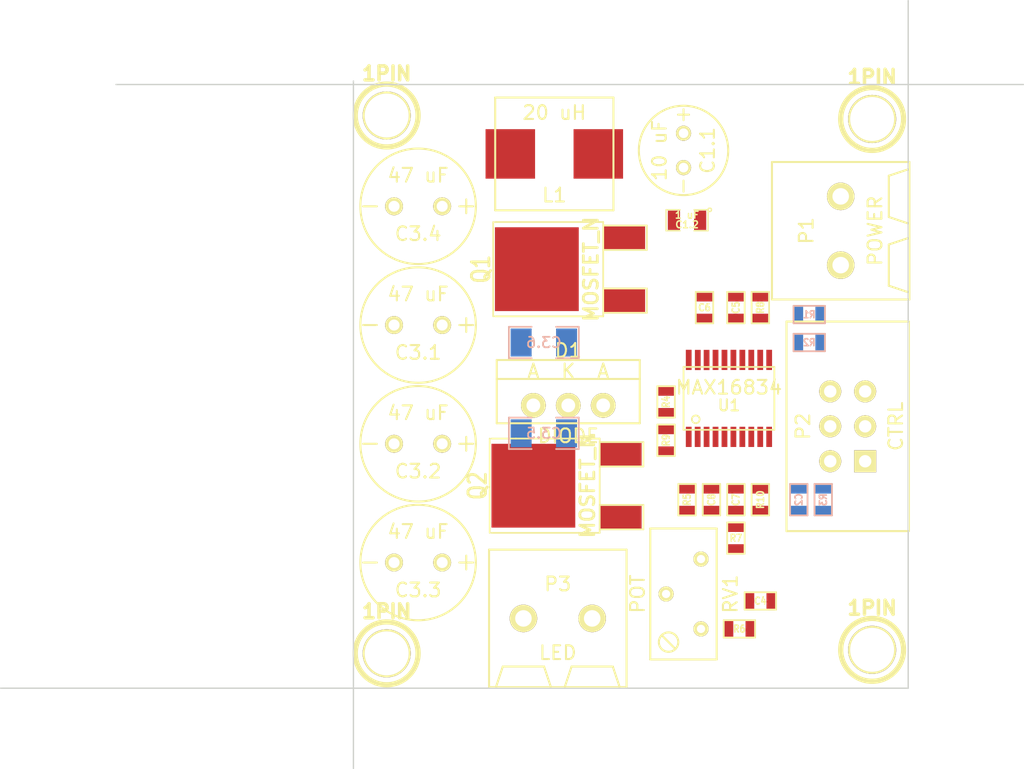
<source format=kicad_pcb>
(kicad_pcb (version 3) (host pcbnew "(2013-mar-25)-stable")

  (general
    (links 68)
    (no_connects 68)
    (area 139.771999 116.313999 216.540001 173.780001)
    (thickness 1.6)
    (drawings 4)
    (tracks 0)
    (zones 0)
    (modules 37)
    (nets 24)
  )

  (page A3)
  (layers
    (15 F.Cu signal)
    (0 B.Cu signal)
    (20 B.SilkS user)
    (21 F.SilkS user)
    (22 B.Mask user)
    (23 F.Mask user)
    (28 Edge.Cuts user)
  )

  (setup
    (last_trace_width 0.254)
    (trace_clearance 0.254)
    (zone_clearance 0.508)
    (zone_45_only no)
    (trace_min 0.254)
    (segment_width 0.2)
    (edge_width 0.1)
    (via_size 0.889)
    (via_drill 0.635)
    (via_min_size 0.889)
    (via_min_drill 0.508)
    (uvia_size 0.508)
    (uvia_drill 0.127)
    (uvias_allowed no)
    (uvia_min_size 0.508)
    (uvia_min_drill 0.127)
    (pcb_text_width 0.3)
    (pcb_text_size 1.5 1.5)
    (mod_edge_width 0.15)
    (mod_text_size 1 1)
    (mod_text_width 0.15)
    (pad_size 3.5 3.5)
    (pad_drill 3.2)
    (pad_to_mask_clearance 0)
    (aux_axis_origin 0 0)
    (visible_elements FFFFF7BF)
    (pcbplotparams
      (layerselection 3178497)
      (usegerberextensions true)
      (excludeedgelayer true)
      (linewidth 0)
      (plotframeref false)
      (viasonmask false)
      (mode 1)
      (useauxorigin false)
      (hpglpennumber 1)
      (hpglpenspeed 20)
      (hpglpendiameter 15)
      (hpglpenoverlay 2)
      (psnegative false)
      (psa4output false)
      (plotreference true)
      (plotvalue true)
      (plotothertext true)
      (plotinvisibletext false)
      (padsonsilk false)
      (subtractmaskfromsilk false)
      (outputformat 1)
      (mirror false)
      (drillshape 1)
      (scaleselection 1)
      (outputdirectory ""))
  )

  (net 0 "")
  (net 1 GND)
  (net 2 N-000001)
  (net 3 N-0000010)
  (net 4 N-0000011)
  (net 5 N-0000012)
  (net 6 N-0000013)
  (net 7 N-0000014)
  (net 8 N-0000015)
  (net 9 N-0000016)
  (net 10 N-0000017)
  (net 11 N-0000018)
  (net 12 N-0000019)
  (net 13 N-000002)
  (net 14 N-0000021)
  (net 15 N-0000022)
  (net 16 N-0000023)
  (net 17 N-000003)
  (net 18 N-000004)
  (net 19 N-000005)
  (net 20 N-000006)
  (net 21 N-000007)
  (net 22 N-000008)
  (net 23 N-000009)

  (net_class Default "This is the default net class."
    (clearance 0.254)
    (trace_width 0.254)
    (via_dia 0.889)
    (via_drill 0.635)
    (uvia_dia 0.508)
    (uvia_drill 0.127)
    (add_net "")
    (add_net GND)
    (add_net N-000001)
    (add_net N-0000010)
    (add_net N-0000011)
    (add_net N-0000012)
    (add_net N-0000013)
    (add_net N-0000014)
    (add_net N-0000015)
    (add_net N-0000016)
    (add_net N-0000017)
    (add_net N-0000018)
    (add_net N-0000019)
    (add_net N-000002)
    (add_net N-0000021)
    (add_net N-0000022)
    (add_net N-0000023)
    (add_net N-000003)
    (add_net N-000004)
    (add_net N-000005)
    (add_net N-000006)
    (add_net N-000007)
    (add_net N-000008)
    (add_net N-000009)
  )

  (module WAGO2P (layer F.Cu) (tedit 54535FD9) (tstamp 5453702C)
    (at 182.626 162.56)
    (path /5446A246)
    (fp_text reference P3 (at 0 -2.5) (layer F.SilkS)
      (effects (font (size 1 1) (thickness 0.15)))
    )
    (fp_text value LED (at 0 2.5) (layer F.SilkS)
      (effects (font (size 1 1) (thickness 0.15)))
    )
    (fp_line (start 0.5 5) (end 1 3.5) (layer F.SilkS) (width 0.15))
    (fp_line (start 1 3.5) (end 4 3.5) (layer F.SilkS) (width 0.15))
    (fp_line (start 4 3.5) (end 4.5 5) (layer F.SilkS) (width 0.15))
    (fp_line (start -4.5 5) (end -4 3.5) (layer F.SilkS) (width 0.15))
    (fp_line (start -4 3.5) (end -1 3.5) (layer F.SilkS) (width 0.15))
    (fp_line (start -1 3.5) (end -0.5 5) (layer F.SilkS) (width 0.15))
    (fp_line (start -5 -5) (end 5 -5) (layer F.SilkS) (width 0.15))
    (fp_line (start 5 -5) (end 5 5) (layer F.SilkS) (width 0.15))
    (fp_line (start 5 5) (end -5 5) (layer F.SilkS) (width 0.15))
    (fp_line (start -5 5) (end -5 -5) (layer F.SilkS) (width 0.15))
    (pad 1 thru_hole circle (at -2.5 0) (size 2 2) (drill 1.2)
      (layers *.Cu *.Mask F.SilkS)
      (net 4 N-0000011)
    )
    (pad 2 thru_hole circle (at 2.5 0) (size 2 2) (drill 1.2)
      (layers *.Cu *.Mask F.SilkS)
      (net 5 N-0000012)
    )
  )

  (module WAGO2P (layer F.Cu) (tedit 54535FD9) (tstamp 5453703C)
    (at 203.2 134.366 90)
    (path /5446A6E2)
    (fp_text reference P1 (at 0 -2.5 90) (layer F.SilkS)
      (effects (font (size 1 1) (thickness 0.15)))
    )
    (fp_text value POWER (at 0 2.5 90) (layer F.SilkS)
      (effects (font (size 1 1) (thickness 0.15)))
    )
    (fp_line (start 0.5 5) (end 1 3.5) (layer F.SilkS) (width 0.15))
    (fp_line (start 1 3.5) (end 4 3.5) (layer F.SilkS) (width 0.15))
    (fp_line (start 4 3.5) (end 4.5 5) (layer F.SilkS) (width 0.15))
    (fp_line (start -4.5 5) (end -4 3.5) (layer F.SilkS) (width 0.15))
    (fp_line (start -4 3.5) (end -1 3.5) (layer F.SilkS) (width 0.15))
    (fp_line (start -1 3.5) (end -0.5 5) (layer F.SilkS) (width 0.15))
    (fp_line (start -5 -5) (end 5 -5) (layer F.SilkS) (width 0.15))
    (fp_line (start 5 -5) (end 5 5) (layer F.SilkS) (width 0.15))
    (fp_line (start 5 5) (end -5 5) (layer F.SilkS) (width 0.15))
    (fp_line (start -5 5) (end -5 -5) (layer F.SilkS) (width 0.15))
    (pad 1 thru_hole circle (at -2.5 0 90) (size 2 2) (drill 1.2)
      (layers *.Cu *.Mask F.SilkS)
      (net 1 GND)
    )
    (pad 2 thru_hole circle (at 2.5 0 90) (size 2 2) (drill 1.2)
      (layers *.Cu *.Mask F.SilkS)
      (net 3 N-0000010)
    )
  )

  (module tssop-20 (layer F.Cu) (tedit 50BDFA70) (tstamp 54537059)
    (at 195.072 146.558)
    (descr TSSOP-20)
    (path /5446A0DB)
    (attr smd)
    (fp_text reference U1 (at 0 0.508) (layer F.SilkS)
      (effects (font (size 0.8001 0.8001) (thickness 0.14986)))
    )
    (fp_text value MAX16834 (at 0 -0.8001) (layer F.SilkS)
      (effects (font (size 1.00076 1.00076) (thickness 0.14986)))
    )
    (fp_line (start 3.302 -2.286) (end -3.302 -2.286) (layer F.SilkS) (width 0.127))
    (fp_line (start -3.302 -2.286) (end -3.302 2.286) (layer F.SilkS) (width 0.127))
    (fp_line (start -3.302 2.286) (end 3.302 2.286) (layer F.SilkS) (width 0.127))
    (fp_line (start 3.302 2.286) (end 3.302 -2.286) (layer F.SilkS) (width 0.127))
    (fp_circle (center -2.413 1.524) (end -2.54 1.778) (layer F.SilkS) (width 0.127))
    (pad 5 smd rect (at -0.32512 2.79908) (size 0.4191 1.47066)
      (layers F.Cu F.Mask)
      (net 7 N-0000014)
    )
    (pad 6 smd rect (at 0.32512 2.79908) (size 0.4191 1.47066)
      (layers F.Cu F.Mask)
      (net 20 N-000006)
    )
    (pad 7 smd rect (at 0.97536 2.79908) (size 0.4191 1.47066)
      (layers F.Cu F.Mask)
      (net 13 N-000002)
    )
    (pad 8 smd rect (at 1.6256 2.79908) (size 0.4191 1.47066)
      (layers F.Cu F.Mask)
      (net 17 N-000003)
    )
    (pad 19 smd rect (at -2.26568 -2.794) (size 0.4191 1.47066)
      (layers F.Cu F.Mask)
      (net 10 N-0000017)
    )
    (pad 2 smd rect (at -2.27584 2.79908) (size 0.4191 1.47066)
      (layers F.Cu F.Mask)
      (net 16 N-0000023)
    )
    (pad 3 smd rect (at -1.6256 2.79908) (size 0.4191 1.47066)
      (layers F.Cu F.Mask)
      (net 12 N-0000019)
    )
    (pad 4 smd rect (at -0.97536 2.79908) (size 0.4191 1.47066)
      (layers F.Cu F.Mask)
      (net 1 GND)
    )
    (pad 12 smd rect (at 2.27584 -2.79908) (size 0.4191 1.47066)
      (layers F.Cu F.Mask)
      (net 22 N-000008)
    )
    (pad 13 smd rect (at 1.6256 -2.79908) (size 0.4191 1.47066)
      (layers F.Cu F.Mask)
      (net 15 N-0000022)
    )
    (pad 14 smd rect (at 0.97536 -2.79908) (size 0.4191 1.47066)
      (layers F.Cu F.Mask)
      (net 1 GND)
    )
    (pad 15 smd rect (at 0.32512 -2.79908) (size 0.4191 1.47066)
      (layers F.Cu F.Mask)
      (net 6 N-0000013)
    )
    (pad 16 smd rect (at -0.32512 -2.79908) (size 0.4191 1.47066)
      (layers F.Cu F.Mask)
      (net 9 N-0000016)
    )
    (pad 17 smd rect (at -0.97536 -2.79908) (size 0.4191 1.47066)
      (layers F.Cu F.Mask)
      (net 3 N-0000010)
    )
    (pad 9 smd rect (at 2.27584 2.79908) (size 0.4191 1.47066)
      (layers F.Cu F.Mask)
      (net 18 N-000004)
    )
    (pad 18 smd rect (at -1.6256 -2.794) (size 0.4191 1.47066)
      (layers F.Cu F.Mask)
      (net 9 N-0000016)
    )
    (pad 1 smd rect (at -2.92608 2.79908) (size 0.4191 1.47066)
      (layers F.Cu F.Mask)
      (net 1 GND)
    )
    (pad 10 smd rect (at 2.92608 2.79908) (size 0.4191 1.47066)
      (layers F.Cu F.Mask)
      (net 2 N-000001)
    )
    (pad 11 smd rect (at 2.92608 -2.79908) (size 0.4191 1.47066)
      (layers F.Cu F.Mask)
      (net 19 N-000005)
    )
    (pad 20 smd rect (at -2.92608 -2.79908) (size 0.4191 1.47066)
      (layers F.Cu F.Mask)
      (net 8 N-0000015)
    )
    (model smd/smd_dil/tssop-20.wrl
      (at (xyz 0 0 0))
      (scale (xyz 1 1 1))
      (rotate (xyz 0 0 0))
    )
  )

  (module TO220AB-Schottky (layer F.Cu) (tedit 545364B6) (tstamp 54564449)
    (at 183.388 147.066)
    (path /5446A1C4)
    (fp_text reference D1 (at 0 -3.99) (layer F.SilkS)
      (effects (font (size 1 1) (thickness 0.15)))
    )
    (fp_text value DIODE (at 0 2.22) (layer F.SilkS)
      (effects (font (size 1 1) (thickness 0.15)))
    )
    (fp_text user A (at 2.54 -2.5) (layer F.SilkS)
      (effects (font (size 1 1) (thickness 0.15)))
    )
    (fp_text user K (at 0 -2.5) (layer F.SilkS)
      (effects (font (size 1 1) (thickness 0.15)))
    )
    (fp_text user A (at -2.54 -2.5) (layer F.SilkS)
      (effects (font (size 1 1) (thickness 0.15)))
    )
    (fp_line (start -5.2 -1.92) (end 5.2 -1.92) (layer F.SilkS) (width 0.15))
    (fp_line (start -5.2 -3.3) (end -5.2 1.3) (layer F.SilkS) (width 0.15))
    (fp_line (start -5.2 1.3) (end 5.2 1.3) (layer F.SilkS) (width 0.15))
    (fp_line (start 5.2 1.3) (end 5.2 -3.3) (layer F.SilkS) (width 0.15))
    (fp_line (start 5.2 -3.3) (end -5.2 -3.3) (layer F.SilkS) (width 0.15))
    (pad 1 thru_hole circle (at -2.54 0) (size 1.8 1.8) (drill 1)
      (layers *.Cu *.Mask F.SilkS)
      (net 14 N-0000021)
    )
    (pad 2 thru_hole circle (at 0 0) (size 1.8 1.8) (drill 1)
      (layers *.Cu *.Mask F.SilkS)
      (net 4 N-0000011)
    )
    (pad 3 thru_hole circle (at 2.54 0) (size 1.8 1.8) (drill 1)
      (layers *.Cu *.Mask F.SilkS)
    )
  )

  (module SM1206 (layer B.Cu) (tedit 54566BAB) (tstamp 54537074)
    (at 181.61 142.494)
    (path /54477075)
    (attr smd)
    (fp_text reference C3.6 (at 0 0) (layer B.SilkS)
      (effects (font (size 0.762 0.762) (thickness 0.127)) (justify mirror))
    )
    (fp_text value "1 uF" (at 0 0) (layer B.SilkS) hide
      (effects (font (size 0.762 0.762) (thickness 0.127)) (justify mirror))
    )
    (fp_line (start -2.54 1.143) (end -2.54 -1.143) (layer B.SilkS) (width 0.127))
    (fp_line (start -2.54 -1.143) (end -0.889 -1.143) (layer B.SilkS) (width 0.127))
    (fp_line (start 0.889 1.143) (end 2.54 1.143) (layer B.SilkS) (width 0.127))
    (fp_line (start 2.54 1.143) (end 2.54 -1.143) (layer B.SilkS) (width 0.127))
    (fp_line (start 2.54 -1.143) (end 0.889 -1.143) (layer B.SilkS) (width 0.127))
    (fp_line (start -0.889 1.143) (end -2.54 1.143) (layer B.SilkS) (width 0.127))
    (pad 1 smd rect (at -1.651 0) (size 1.524 2.032)
      (layers B.Cu B.Mask)
      (net 1 GND)
    )
    (pad 2 smd rect (at 1.651 0) (size 1.524 2.032)
      (layers B.Cu B.Mask)
      (net 4 N-0000011)
    )
    (model smd/chip_cms.wrl
      (at (xyz 0 0 0))
      (scale (xyz 0.17 0.16 0.16))
      (rotate (xyz 0 0 0))
    )
  )

  (module SM1206 (layer B.Cu) (tedit 54566BA9) (tstamp 54537080)
    (at 181.61 149.098)
    (path /54476AB4)
    (attr smd)
    (fp_text reference C3.5 (at 0 0) (layer B.SilkS)
      (effects (font (size 0.762 0.762) (thickness 0.127)) (justify mirror))
    )
    (fp_text value "1 uF" (at 0 0) (layer B.SilkS) hide
      (effects (font (size 0.762 0.762) (thickness 0.127)) (justify mirror))
    )
    (fp_line (start -2.54 1.143) (end -2.54 -1.143) (layer B.SilkS) (width 0.127))
    (fp_line (start -2.54 -1.143) (end -0.889 -1.143) (layer B.SilkS) (width 0.127))
    (fp_line (start 0.889 1.143) (end 2.54 1.143) (layer B.SilkS) (width 0.127))
    (fp_line (start 2.54 1.143) (end 2.54 -1.143) (layer B.SilkS) (width 0.127))
    (fp_line (start 2.54 -1.143) (end 0.889 -1.143) (layer B.SilkS) (width 0.127))
    (fp_line (start -0.889 1.143) (end -2.54 1.143) (layer B.SilkS) (width 0.127))
    (pad 1 smd rect (at -1.651 0) (size 1.524 2.032)
      (layers B.Cu B.Mask)
      (net 1 GND)
    )
    (pad 2 smd rect (at 1.651 0) (size 1.524 2.032)
      (layers B.Cu B.Mask)
      (net 4 N-0000011)
    )
    (model smd/chip_cms.wrl
      (at (xyz 0 0 0))
      (scale (xyz 0.17 0.16 0.16))
      (rotate (xyz 0 0 0))
    )
  )

  (module SM0805 (layer F.Cu) (tedit 54567449) (tstamp 5453708D)
    (at 192.024 133.604 180)
    (path /544771E4)
    (attr smd)
    (fp_text reference C1.2 (at 0 -0.3175 180) (layer F.SilkS)
      (effects (font (size 0.50038 0.50038) (thickness 0.10922)))
    )
    (fp_text value "1 uF" (at 0 0.381 180) (layer F.SilkS)
      (effects (font (size 0.50038 0.50038) (thickness 0.10922)))
    )
    (fp_circle (center -1.651 0.762) (end -1.651 0.635) (layer F.SilkS) (width 0.09906))
    (fp_line (start -0.508 0.762) (end -1.524 0.762) (layer F.SilkS) (width 0.09906))
    (fp_line (start -1.524 0.762) (end -1.524 -0.762) (layer F.SilkS) (width 0.09906))
    (fp_line (start -1.524 -0.762) (end -0.508 -0.762) (layer F.SilkS) (width 0.09906))
    (fp_line (start 0.508 -0.762) (end 1.524 -0.762) (layer F.SilkS) (width 0.09906))
    (fp_line (start 1.524 -0.762) (end 1.524 0.762) (layer F.SilkS) (width 0.09906))
    (fp_line (start 1.524 0.762) (end 0.508 0.762) (layer F.SilkS) (width 0.09906))
    (pad 1 smd rect (at -0.9525 0 180) (size 0.889 1.397)
      (layers F.Cu F.Mask)
      (net 1 GND)
    )
    (pad 2 smd rect (at 0.9525 0 180) (size 0.889 1.397)
      (layers F.Cu F.Mask)
      (net 3 N-0000010)
    )
    (model smd/chip_cms.wrl
      (at (xyz 0 0 0))
      (scale (xyz 0.1 0.1 0.1))
      (rotate (xyz 0 0 0))
    )
  )

  (module SM0603 (layer F.Cu) (tedit 54566A0D) (tstamp 54537097)
    (at 193.294 139.954 90)
    (path /5446A118)
    (attr smd)
    (fp_text reference C6 (at 0 0 180) (layer F.SilkS)
      (effects (font (size 0.508 0.4572) (thickness 0.1143)))
    )
    (fp_text value C (at 0 0 90) (layer F.SilkS) hide
      (effects (font (size 0.508 0.4572) (thickness 0.1143)))
    )
    (fp_line (start -1.143 -0.635) (end 1.143 -0.635) (layer F.SilkS) (width 0.127))
    (fp_line (start 1.143 -0.635) (end 1.143 0.635) (layer F.SilkS) (width 0.127))
    (fp_line (start 1.143 0.635) (end -1.143 0.635) (layer F.SilkS) (width 0.127))
    (fp_line (start -1.143 0.635) (end -1.143 -0.635) (layer F.SilkS) (width 0.127))
    (pad 1 smd rect (at -0.762 0 90) (size 0.635 1.143)
      (layers F.Cu F.Mask)
      (net 10 N-0000017)
    )
    (pad 2 smd rect (at 0.762 0 90) (size 0.635 1.143)
      (layers F.Cu F.Mask)
      (net 1 GND)
    )
    (model smd\resistors\R0603.wrl
      (at (xyz 0 0 0.001))
      (scale (xyz 0.5 0.5 0.5))
      (rotate (xyz 0 0 0))
    )
  )

  (module SM0603 (layer F.Cu) (tedit 4E43A3D1) (tstamp 5456A947)
    (at 192.024 153.924 90)
    (path /5446B792)
    (attr smd)
    (fp_text reference R5 (at 0 0 90) (layer F.SilkS)
      (effects (font (size 0.508 0.4572) (thickness 0.1143)))
    )
    (fp_text value R (at 0 0 90) (layer F.SilkS) hide
      (effects (font (size 0.508 0.4572) (thickness 0.1143)))
    )
    (fp_line (start -1.143 -0.635) (end 1.143 -0.635) (layer F.SilkS) (width 0.127))
    (fp_line (start 1.143 -0.635) (end 1.143 0.635) (layer F.SilkS) (width 0.127))
    (fp_line (start 1.143 0.635) (end -1.143 0.635) (layer F.SilkS) (width 0.127))
    (fp_line (start -1.143 0.635) (end -1.143 -0.635) (layer F.SilkS) (width 0.127))
    (pad 1 smd rect (at -0.762 0 90) (size 0.635 1.143)
      (layers F.Cu F.Mask)
      (net 21 N-000007)
    )
    (pad 2 smd rect (at 0.762 0 90) (size 0.635 1.143)
      (layers F.Cu F.Mask)
      (net 1 GND)
    )
    (model smd\resistors\R0603.wrl
      (at (xyz 0 0 0.001))
      (scale (xyz 0.5 0.5 0.5))
      (rotate (xyz 0 0 0))
    )
  )

  (module SM0603 (layer F.Cu) (tedit 4E43A3D1) (tstamp 5456A910)
    (at 197.358 161.29 180)
    (path /5446B687)
    (attr smd)
    (fp_text reference C4 (at 0 0 180) (layer F.SilkS)
      (effects (font (size 0.508 0.4572) (thickness 0.1143)))
    )
    (fp_text value C (at 0 0 180) (layer F.SilkS) hide
      (effects (font (size 0.508 0.4572) (thickness 0.1143)))
    )
    (fp_line (start -1.143 -0.635) (end 1.143 -0.635) (layer F.SilkS) (width 0.127))
    (fp_line (start 1.143 -0.635) (end 1.143 0.635) (layer F.SilkS) (width 0.127))
    (fp_line (start 1.143 0.635) (end -1.143 0.635) (layer F.SilkS) (width 0.127))
    (fp_line (start -1.143 0.635) (end -1.143 -0.635) (layer F.SilkS) (width 0.127))
    (pad 1 smd rect (at -0.762 0 180) (size 0.635 1.143)
      (layers F.Cu F.Mask)
      (net 1 GND)
    )
    (pad 2 smd rect (at 0.762 0 180) (size 0.635 1.143)
      (layers F.Cu F.Mask)
      (net 20 N-000006)
    )
    (model smd\resistors\R0603.wrl
      (at (xyz 0 0 0.001))
      (scale (xyz 0.5 0.5 0.5))
      (rotate (xyz 0 0 0))
    )
  )

  (module SM0603 (layer B.Cu) (tedit 5456466E) (tstamp 545370B5)
    (at 201.93 153.924 90)
    (path /5446B601)
    (attr smd)
    (fp_text reference R3 (at 0 0 90) (layer B.SilkS)
      (effects (font (size 0.508 0.4572) (thickness 0.1143)) (justify mirror))
    )
    (fp_text value R (at 0 0 90) (layer B.SilkS) hide
      (effects (font (size 0.508 0.4572) (thickness 0.1143)) (justify mirror))
    )
    (fp_line (start -1.143 0.635) (end 1.143 0.635) (layer B.SilkS) (width 0.127))
    (fp_line (start 1.143 0.635) (end 1.143 -0.635) (layer B.SilkS) (width 0.127))
    (fp_line (start 1.143 -0.635) (end -1.143 -0.635) (layer B.SilkS) (width 0.127))
    (fp_line (start -1.143 -0.635) (end -1.143 0.635) (layer B.SilkS) (width 0.127))
    (pad 1 smd rect (at -0.762 0 90) (size 0.635 1.143)
      (layers B.Cu B.Mask)
      (net 2 N-000001)
    )
    (pad 2 smd rect (at 0.762 0 90) (size 0.635 1.143)
      (layers B.Cu B.Mask)
      (net 1 GND)
    )
    (model smd\resistors\R0603.wrl
      (at (xyz 0 0 0.001))
      (scale (xyz 0.5 0.5 0.5))
      (rotate (xyz 0 0 0))
    )
  )

  (module SM0603 (layer B.Cu) (tedit 4E43A3D1) (tstamp 545370BF)
    (at 200.152 153.924 270)
    (path /5446B2F0)
    (attr smd)
    (fp_text reference C2 (at 0 0 270) (layer B.SilkS)
      (effects (font (size 0.508 0.4572) (thickness 0.1143)) (justify mirror))
    )
    (fp_text value C (at 0 0 270) (layer B.SilkS) hide
      (effects (font (size 0.508 0.4572) (thickness 0.1143)) (justify mirror))
    )
    (fp_line (start -1.143 0.635) (end 1.143 0.635) (layer B.SilkS) (width 0.127))
    (fp_line (start 1.143 0.635) (end 1.143 -0.635) (layer B.SilkS) (width 0.127))
    (fp_line (start 1.143 -0.635) (end -1.143 -0.635) (layer B.SilkS) (width 0.127))
    (fp_line (start -1.143 -0.635) (end -1.143 0.635) (layer B.SilkS) (width 0.127))
    (pad 1 smd rect (at -0.762 0 270) (size 0.635 1.143)
      (layers B.Cu B.Mask)
      (net 1 GND)
    )
    (pad 2 smd rect (at 0.762 0 270) (size 0.635 1.143)
      (layers B.Cu B.Mask)
      (net 17 N-000003)
    )
    (model smd\resistors\R0603.wrl
      (at (xyz 0 0 0.001))
      (scale (xyz 0.5 0.5 0.5))
      (rotate (xyz 0 0 0))
    )
  )

  (module SM0603 (layer F.Cu) (tedit 545666D6) (tstamp 5456A91B)
    (at 195.834 163.322 180)
    (path /5446AF08)
    (attr smd)
    (fp_text reference R6 (at 0 0 180) (layer F.SilkS)
      (effects (font (size 0.508 0.4572) (thickness 0.1143)))
    )
    (fp_text value R (at 0 0 180) (layer F.SilkS) hide
      (effects (font (size 0.508 0.4572) (thickness 0.1143)))
    )
    (fp_line (start -1.143 -0.635) (end 1.143 -0.635) (layer F.SilkS) (width 0.127))
    (fp_line (start 1.143 -0.635) (end 1.143 0.635) (layer F.SilkS) (width 0.127))
    (fp_line (start 1.143 0.635) (end -1.143 0.635) (layer F.SilkS) (width 0.127))
    (fp_line (start -1.143 0.635) (end -1.143 -0.635) (layer F.SilkS) (width 0.127))
    (pad 1 smd rect (at -0.762 0 180) (size 0.635 1.143)
      (layers F.Cu F.Mask)
      (net 20 N-000006)
    )
    (pad 2 smd rect (at 0.762 0 180) (size 0.635 1.143)
      (layers F.Cu F.Mask)
      (net 23 N-000009)
    )
    (model smd\resistors\R0603.wrl
      (at (xyz 0 0 0.001))
      (scale (xyz 0.5 0.5 0.5))
      (rotate (xyz 0 0 0))
    )
  )

  (module SM0603 (layer B.Cu) (tedit 54566A3C) (tstamp 545370D3)
    (at 200.914 142.494)
    (path /5446A98C)
    (attr smd)
    (fp_text reference R2 (at 0 0) (layer B.SilkS)
      (effects (font (size 0.508 0.4572) (thickness 0.1143)) (justify mirror))
    )
    (fp_text value R (at 0 0) (layer B.SilkS) hide
      (effects (font (size 0.508 0.4572) (thickness 0.1143)) (justify mirror))
    )
    (fp_line (start -1.143 0.635) (end 1.143 0.635) (layer B.SilkS) (width 0.127))
    (fp_line (start 1.143 0.635) (end 1.143 -0.635) (layer B.SilkS) (width 0.127))
    (fp_line (start 1.143 -0.635) (end -1.143 -0.635) (layer B.SilkS) (width 0.127))
    (fp_line (start -1.143 -0.635) (end -1.143 0.635) (layer B.SilkS) (width 0.127))
    (pad 1 smd rect (at -0.762 0) (size 0.635 1.143)
      (layers B.Cu B.Mask)
      (net 19 N-000005)
    )
    (pad 2 smd rect (at 0.762 0) (size 0.635 1.143)
      (layers B.Cu B.Mask)
      (net 1 GND)
    )
    (model smd\resistors\R0603.wrl
      (at (xyz 0 0 0.001))
      (scale (xyz 0.5 0.5 0.5))
      (rotate (xyz 0 0 0))
    )
  )

  (module SM0603 (layer B.Cu) (tedit 4E43A3D1) (tstamp 545370DD)
    (at 200.914 140.462 180)
    (path /5446A986)
    (attr smd)
    (fp_text reference R1 (at 0 0 180) (layer B.SilkS)
      (effects (font (size 0.508 0.4572) (thickness 0.1143)) (justify mirror))
    )
    (fp_text value R (at 0 0 180) (layer B.SilkS) hide
      (effects (font (size 0.508 0.4572) (thickness 0.1143)) (justify mirror))
    )
    (fp_line (start -1.143 0.635) (end 1.143 0.635) (layer B.SilkS) (width 0.127))
    (fp_line (start 1.143 0.635) (end 1.143 -0.635) (layer B.SilkS) (width 0.127))
    (fp_line (start 1.143 -0.635) (end -1.143 -0.635) (layer B.SilkS) (width 0.127))
    (fp_line (start -1.143 -0.635) (end -1.143 0.635) (layer B.SilkS) (width 0.127))
    (pad 1 smd rect (at -0.762 0 180) (size 0.635 1.143)
      (layers B.Cu B.Mask)
      (net 3 N-0000010)
    )
    (pad 2 smd rect (at 0.762 0 180) (size 0.635 1.143)
      (layers B.Cu B.Mask)
      (net 19 N-000005)
    )
    (model smd\resistors\R0603.wrl
      (at (xyz 0 0 0.001))
      (scale (xyz 0.5 0.5 0.5))
      (rotate (xyz 0 0 0))
    )
  )

  (module SM0603 (layer F.Cu) (tedit 4E43A3D1) (tstamp 5456A95D)
    (at 197.358 139.954 90)
    (path /5446A502)
    (attr smd)
    (fp_text reference R8 (at 0 0 90) (layer F.SilkS)
      (effects (font (size 0.508 0.4572) (thickness 0.1143)))
    )
    (fp_text value R (at 0 0 90) (layer F.SilkS) hide
      (effects (font (size 0.508 0.4572) (thickness 0.1143)))
    )
    (fp_line (start -1.143 -0.635) (end 1.143 -0.635) (layer F.SilkS) (width 0.127))
    (fp_line (start 1.143 -0.635) (end 1.143 0.635) (layer F.SilkS) (width 0.127))
    (fp_line (start 1.143 0.635) (end -1.143 0.635) (layer F.SilkS) (width 0.127))
    (fp_line (start -1.143 0.635) (end -1.143 -0.635) (layer F.SilkS) (width 0.127))
    (pad 1 smd rect (at -0.762 0 90) (size 0.635 1.143)
      (layers F.Cu F.Mask)
      (net 15 N-0000022)
    )
    (pad 2 smd rect (at 0.762 0 90) (size 0.635 1.143)
      (layers F.Cu F.Mask)
      (net 1 GND)
    )
    (model smd\resistors\R0603.wrl
      (at (xyz 0 0 0.001))
      (scale (xyz 0.5 0.5 0.5))
      (rotate (xyz 0 0 0))
    )
  )

  (module SM0603 (layer F.Cu) (tedit 54566A91) (tstamp 545370F1)
    (at 193.802 153.924 90)
    (path /5446A315)
    (attr smd)
    (fp_text reference C8 (at 0 0 90) (layer F.SilkS)
      (effects (font (size 0.508 0.4572) (thickness 0.1143)))
    )
    (fp_text value C (at 0 0 90) (layer F.SilkS) hide
      (effects (font (size 0.508 0.4572) (thickness 0.1143)))
    )
    (fp_line (start -1.143 -0.635) (end 1.143 -0.635) (layer F.SilkS) (width 0.127))
    (fp_line (start 1.143 -0.635) (end 1.143 0.635) (layer F.SilkS) (width 0.127))
    (fp_line (start 1.143 0.635) (end -1.143 0.635) (layer F.SilkS) (width 0.127))
    (fp_line (start -1.143 0.635) (end -1.143 -0.635) (layer F.SilkS) (width 0.127))
    (pad 1 smd rect (at -0.762 0 90) (size 0.635 1.143)
      (layers F.Cu F.Mask)
      (net 1 GND)
    )
    (pad 2 smd rect (at 0.762 0 90) (size 0.635 1.143)
      (layers F.Cu F.Mask)
      (net 16 N-0000023)
    )
    (model smd\resistors\R0603.wrl
      (at (xyz 0 0 0.001))
      (scale (xyz 0.5 0.5 0.5))
      (rotate (xyz 0 0 0))
    )
  )

  (module SM0603 (layer F.Cu) (tedit 4E43A3D1) (tstamp 545370FB)
    (at 197.358 153.924 270)
    (path /5446A2A6)
    (attr smd)
    (fp_text reference R10 (at 0 0 270) (layer F.SilkS)
      (effects (font (size 0.508 0.4572) (thickness 0.1143)))
    )
    (fp_text value R (at 0 0 270) (layer F.SilkS) hide
      (effects (font (size 0.508 0.4572) (thickness 0.1143)))
    )
    (fp_line (start -1.143 -0.635) (end 1.143 -0.635) (layer F.SilkS) (width 0.127))
    (fp_line (start 1.143 -0.635) (end 1.143 0.635) (layer F.SilkS) (width 0.127))
    (fp_line (start 1.143 0.635) (end -1.143 0.635) (layer F.SilkS) (width 0.127))
    (fp_line (start -1.143 0.635) (end -1.143 -0.635) (layer F.SilkS) (width 0.127))
    (pad 1 smd rect (at -0.762 0 270) (size 0.635 1.143)
      (layers F.Cu F.Mask)
      (net 16 N-0000023)
    )
    (pad 2 smd rect (at 0.762 0 270) (size 0.635 1.143)
      (layers F.Cu F.Mask)
      (net 1 GND)
    )
    (model smd\resistors\R0603.wrl
      (at (xyz 0 0 0.001))
      (scale (xyz 0.5 0.5 0.5))
      (rotate (xyz 0 0 0))
    )
  )

  (module SM0603 (layer F.Cu) (tedit 4E43A3D1) (tstamp 54537105)
    (at 195.58 153.924 90)
    (path /5446A141)
    (attr smd)
    (fp_text reference C7 (at 0 0 90) (layer F.SilkS)
      (effects (font (size 0.508 0.4572) (thickness 0.1143)))
    )
    (fp_text value C (at 0 0 90) (layer F.SilkS) hide
      (effects (font (size 0.508 0.4572) (thickness 0.1143)))
    )
    (fp_line (start -1.143 -0.635) (end 1.143 -0.635) (layer F.SilkS) (width 0.127))
    (fp_line (start 1.143 -0.635) (end 1.143 0.635) (layer F.SilkS) (width 0.127))
    (fp_line (start 1.143 0.635) (end -1.143 0.635) (layer F.SilkS) (width 0.127))
    (fp_line (start -1.143 0.635) (end -1.143 -0.635) (layer F.SilkS) (width 0.127))
    (pad 1 smd rect (at -0.762 0 90) (size 0.635 1.143)
      (layers F.Cu F.Mask)
      (net 11 N-0000018)
    )
    (pad 2 smd rect (at 0.762 0 90) (size 0.635 1.143)
      (layers F.Cu F.Mask)
      (net 7 N-0000014)
    )
    (model smd\resistors\R0603.wrl
      (at (xyz 0 0 0.001))
      (scale (xyz 0.5 0.5 0.5))
      (rotate (xyz 0 0 0))
    )
  )

  (module SM0603 (layer F.Cu) (tedit 54566711) (tstamp 5453710F)
    (at 195.58 156.718 270)
    (path /5446A149)
    (attr smd)
    (fp_text reference R7 (at 0 0 360) (layer F.SilkS)
      (effects (font (size 0.508 0.4572) (thickness 0.1143)))
    )
    (fp_text value R (at 0 0 270) (layer F.SilkS) hide
      (effects (font (size 0.508 0.4572) (thickness 0.1143)))
    )
    (fp_line (start -1.143 -0.635) (end 1.143 -0.635) (layer F.SilkS) (width 0.127))
    (fp_line (start 1.143 -0.635) (end 1.143 0.635) (layer F.SilkS) (width 0.127))
    (fp_line (start 1.143 0.635) (end -1.143 0.635) (layer F.SilkS) (width 0.127))
    (fp_line (start -1.143 0.635) (end -1.143 -0.635) (layer F.SilkS) (width 0.127))
    (pad 1 smd rect (at -0.762 0 270) (size 0.635 1.143)
      (layers F.Cu F.Mask)
      (net 11 N-0000018)
    )
    (pad 2 smd rect (at 0.762 0 270) (size 0.635 1.143)
      (layers F.Cu F.Mask)
      (net 1 GND)
    )
    (model smd\resistors\R0603.wrl
      (at (xyz 0 0 0.001))
      (scale (xyz 0.5 0.5 0.5))
      (rotate (xyz 0 0 0))
    )
  )

  (module SM0603 (layer F.Cu) (tedit 4E43A3D1) (tstamp 54537119)
    (at 190.5 149.606 270)
    (path /5446A183)
    (attr smd)
    (fp_text reference R9 (at 0 0 270) (layer F.SilkS)
      (effects (font (size 0.508 0.4572) (thickness 0.1143)))
    )
    (fp_text value R (at 0 0 270) (layer F.SilkS) hide
      (effects (font (size 0.508 0.4572) (thickness 0.1143)))
    )
    (fp_line (start -1.143 -0.635) (end 1.143 -0.635) (layer F.SilkS) (width 0.127))
    (fp_line (start 1.143 -0.635) (end 1.143 0.635) (layer F.SilkS) (width 0.127))
    (fp_line (start 1.143 0.635) (end -1.143 0.635) (layer F.SilkS) (width 0.127))
    (fp_line (start -1.143 0.635) (end -1.143 -0.635) (layer F.SilkS) (width 0.127))
    (pad 1 smd rect (at -0.762 0 270) (size 0.635 1.143)
      (layers F.Cu F.Mask)
      (net 12 N-0000019)
    )
    (pad 2 smd rect (at 0.762 0 270) (size 0.635 1.143)
      (layers F.Cu F.Mask)
      (net 1 GND)
    )
    (model smd\resistors\R0603.wrl
      (at (xyz 0 0 0.001))
      (scale (xyz 0.5 0.5 0.5))
      (rotate (xyz 0 0 0))
    )
  )

  (module SM0603 (layer F.Cu) (tedit 4E43A3D1) (tstamp 54537123)
    (at 190.5 146.812 270)
    (path /5446A189)
    (attr smd)
    (fp_text reference R4 (at 0 0 270) (layer F.SilkS)
      (effects (font (size 0.508 0.4572) (thickness 0.1143)))
    )
    (fp_text value R (at 0 0 270) (layer F.SilkS) hide
      (effects (font (size 0.508 0.4572) (thickness 0.1143)))
    )
    (fp_line (start -1.143 -0.635) (end 1.143 -0.635) (layer F.SilkS) (width 0.127))
    (fp_line (start 1.143 -0.635) (end 1.143 0.635) (layer F.SilkS) (width 0.127))
    (fp_line (start 1.143 0.635) (end -1.143 0.635) (layer F.SilkS) (width 0.127))
    (fp_line (start -1.143 0.635) (end -1.143 -0.635) (layer F.SilkS) (width 0.127))
    (pad 1 smd rect (at -0.762 0 270) (size 0.635 1.143)
      (layers F.Cu F.Mask)
      (net 4 N-0000011)
    )
    (pad 2 smd rect (at 0.762 0 270) (size 0.635 1.143)
      (layers F.Cu F.Mask)
      (net 12 N-0000019)
    )
    (model smd\resistors\R0603.wrl
      (at (xyz 0 0 0.001))
      (scale (xyz 0.5 0.5 0.5))
      (rotate (xyz 0 0 0))
    )
  )

  (module SM0603 (layer F.Cu) (tedit 54566A01) (tstamp 5453712D)
    (at 195.58 139.954 90)
    (path /5446A6A5)
    (attr smd)
    (fp_text reference C5 (at 0 0 90) (layer F.SilkS)
      (effects (font (size 0.508 0.4572) (thickness 0.1143)))
    )
    (fp_text value C (at 0 0 90) (layer F.SilkS) hide
      (effects (font (size 0.508 0.4572) (thickness 0.1143)))
    )
    (fp_line (start -1.143 -0.635) (end 1.143 -0.635) (layer F.SilkS) (width 0.127))
    (fp_line (start 1.143 -0.635) (end 1.143 0.635) (layer F.SilkS) (width 0.127))
    (fp_line (start 1.143 0.635) (end -1.143 0.635) (layer F.SilkS) (width 0.127))
    (fp_line (start -1.143 0.635) (end -1.143 -0.635) (layer F.SilkS) (width 0.127))
    (pad 1 smd rect (at -0.762 0 90) (size 0.635 1.143)
      (layers F.Cu F.Mask)
      (net 9 N-0000016)
    )
    (pad 2 smd rect (at 0.762 0 90) (size 0.635 1.143)
      (layers F.Cu F.Mask)
      (net 1 GND)
    )
    (model smd\resistors\R0603.wrl
      (at (xyz 0 0 0.001))
      (scale (xyz 0.5 0.5 0.5))
      (rotate (xyz 0 0 0))
    )
  )

  (module RV_BOURNS (layer F.Cu) (tedit 54536C49) (tstamp 545667B4)
    (at 193.04 160.782 90)
    (path /5446B025)
    (fp_text reference RV1 (at 0 2.14 90) (layer F.SilkS)
      (effects (font (size 1 1) (thickness 0.15)))
    )
    (fp_text value POT (at 0 -4.61 90) (layer F.SilkS)
      (effects (font (size 1 1) (thickness 0.15)))
    )
    (fp_line (start -4 -1.86) (end -3 -2.86) (layer F.SilkS) (width 0.15))
    (fp_circle (center -3.5 -2.36) (end -3 -1.86) (layer F.SilkS) (width 0.15))
    (fp_line (start -4.765 -3.69) (end -4.765 1.14) (layer F.SilkS) (width 0.15))
    (fp_line (start -4.765 1.14) (end 4.765 1.14) (layer F.SilkS) (width 0.15))
    (fp_line (start 4.765 1.14) (end 4.765 -3.69) (layer F.SilkS) (width 0.15))
    (fp_line (start 4.765 -3.69) (end -4.765 -3.69) (layer F.SilkS) (width 0.15))
    (pad 1 thru_hole circle (at -2.54 0 90) (size 1.1 1.1) (drill 0.6)
      (layers *.Cu *.Mask F.SilkS)
      (net 23 N-000009)
    )
    (pad 2 thru_hole circle (at 0 -2.54 90) (size 1.1 1.1) (drill 0.6)
      (layers *.Cu *.Mask F.SilkS)
      (net 13 N-000002)
    )
    (pad 3 thru_hole circle (at 2.54 0 90) (size 1.1 1.1) (drill 0.6)
      (layers *.Cu *.Mask F.SilkS)
      (net 21 N-000007)
    )
  )

  (module LSMD8x8 (layer F.Cu) (tedit 545668B6) (tstamp 54537152)
    (at 182.372 128.778 180)
    (path /5446A20F)
    (fp_text reference L1 (at 0 -3 180) (layer F.SilkS)
      (effects (font (size 1 1) (thickness 0.15)))
    )
    (fp_text value "20 uH" (at 0 3 180) (layer F.SilkS)
      (effects (font (size 1 1) (thickness 0.15)))
    )
    (fp_line (start -4.3 -4.1) (end -4.3 4.1) (layer F.SilkS) (width 0.15))
    (fp_line (start -4.3 4.1) (end 4.3 4.1) (layer F.SilkS) (width 0.15))
    (fp_line (start 4.3 4.1) (end 4.3 -4.1) (layer F.SilkS) (width 0.15))
    (fp_line (start 4.3 -4.1) (end -4.3 -4.1) (layer F.SilkS) (width 0.15))
    (pad 1 smd rect (at -3.2 0 180) (size 3.6 3.6)
      (layers F.Cu F.Mask)
      (net 3 N-0000010)
    )
    (pad 2 smd rect (at 3.2 0 180) (size 3.6 3.6)
      (layers F.Cu F.Mask)
      (net 14 N-0000021)
    )
  )

  (module DPAKGDS (layer F.Cu) (tedit 45125BA9) (tstamp 54537164)
    (at 187.452 137.16 90)
    (descr "MOS boitier DPACK G-D-S")
    (tags "CMD DPACK")
    (path /5446A231)
    (attr smd)
    (fp_text reference Q1 (at 0 -10.414 90) (layer F.SilkS)
      (effects (font (size 1.27 1.016) (thickness 0.2032)))
    )
    (fp_text value MOSFET_N (at 0 -2.413 90) (layer F.SilkS)
      (effects (font (size 1.016 1.016) (thickness 0.2032)))
    )
    (fp_line (start 1.397 -1.524) (end 1.397 1.651) (layer F.SilkS) (width 0.127))
    (fp_line (start 1.397 1.651) (end 3.175 1.651) (layer F.SilkS) (width 0.127))
    (fp_line (start 3.175 1.651) (end 3.175 -1.524) (layer F.SilkS) (width 0.127))
    (fp_line (start -3.175 -1.524) (end -3.175 1.651) (layer F.SilkS) (width 0.127))
    (fp_line (start -3.175 1.651) (end -1.397 1.651) (layer F.SilkS) (width 0.127))
    (fp_line (start -1.397 1.651) (end -1.397 -1.524) (layer F.SilkS) (width 0.127))
    (fp_line (start 3.429 -7.62) (end 3.429 -1.524) (layer F.SilkS) (width 0.127))
    (fp_line (start 3.429 -1.524) (end -3.429 -1.524) (layer F.SilkS) (width 0.127))
    (fp_line (start -3.429 -1.524) (end -3.429 -9.398) (layer F.SilkS) (width 0.127))
    (fp_line (start -3.429 -9.525) (end 3.429 -9.525) (layer F.SilkS) (width 0.127))
    (fp_line (start 3.429 -9.398) (end 3.429 -7.62) (layer F.SilkS) (width 0.127))
    (pad G smd rect (at -2.286 0 90) (size 1.651 3.048)
      (layers F.Cu F.Mask)
      (net 6 N-0000013)
    )
    (pad D smd rect (at 0 -6.35 90) (size 6.096 6.096)
      (layers F.Cu F.Mask)
      (net 14 N-0000021)
    )
    (pad S smd rect (at 2.286 0 90) (size 1.651 3.048)
      (layers F.Cu F.Mask)
      (net 15 N-0000022)
    )
    (model smd/dpack_2.wrl
      (at (xyz 0 0 0))
      (scale (xyz 1 1 1))
      (rotate (xyz 0 0 0))
    )
  )

  (module DPAKGDS (layer F.Cu) (tedit 45125BA9) (tstamp 54537176)
    (at 187.198 152.908 90)
    (descr "MOS boitier DPACK G-D-S")
    (tags "CMD DPACK")
    (path /5446A23E)
    (attr smd)
    (fp_text reference Q2 (at 0 -10.414 90) (layer F.SilkS)
      (effects (font (size 1.27 1.016) (thickness 0.2032)))
    )
    (fp_text value MOSFET_N (at 0 -2.413 90) (layer F.SilkS)
      (effects (font (size 1.016 1.016) (thickness 0.2032)))
    )
    (fp_line (start 1.397 -1.524) (end 1.397 1.651) (layer F.SilkS) (width 0.127))
    (fp_line (start 1.397 1.651) (end 3.175 1.651) (layer F.SilkS) (width 0.127))
    (fp_line (start 3.175 1.651) (end 3.175 -1.524) (layer F.SilkS) (width 0.127))
    (fp_line (start -3.175 -1.524) (end -3.175 1.651) (layer F.SilkS) (width 0.127))
    (fp_line (start -3.175 1.651) (end -1.397 1.651) (layer F.SilkS) (width 0.127))
    (fp_line (start -1.397 1.651) (end -1.397 -1.524) (layer F.SilkS) (width 0.127))
    (fp_line (start 3.429 -7.62) (end 3.429 -1.524) (layer F.SilkS) (width 0.127))
    (fp_line (start 3.429 -1.524) (end -3.429 -1.524) (layer F.SilkS) (width 0.127))
    (fp_line (start -3.429 -1.524) (end -3.429 -9.398) (layer F.SilkS) (width 0.127))
    (fp_line (start -3.429 -9.525) (end 3.429 -9.525) (layer F.SilkS) (width 0.127))
    (fp_line (start 3.429 -9.398) (end 3.429 -7.62) (layer F.SilkS) (width 0.127))
    (pad G smd rect (at -2.286 0 90) (size 1.651 3.048)
      (layers F.Cu F.Mask)
      (net 8 N-0000015)
    )
    (pad D smd rect (at 0 -6.35 90) (size 6.096 6.096)
      (layers F.Cu F.Mask)
      (net 5 N-0000012)
    )
    (pad S smd rect (at 2.286 0 90) (size 1.651 3.048)
      (layers F.Cu F.Mask)
      (net 16 N-0000023)
    )
    (model smd/dpack_2.wrl
      (at (xyz 0 0 0))
      (scale (xyz 1 1 1))
      (rotate (xyz 0 0 0))
    )
  )

  (module CP8x3.5 (layer F.Cu) (tedit 54535CF9) (tstamp 54577845)
    (at 172.466 141.224 180)
    (path /54536C8B)
    (fp_text reference C3.1 (at 0 -2 180) (layer F.SilkS)
      (effects (font (size 1 1) (thickness 0.15)))
    )
    (fp_text value "47 uF" (at 0 2.25 180) (layer F.SilkS)
      (effects (font (size 1 1) (thickness 0.15)))
    )
    (fp_line (start 4 0) (end 3 0) (layer F.SilkS) (width 0.15))
    (fp_line (start -3.5 -0.5) (end -3.5 0.5) (layer F.SilkS) (width 0.15))
    (fp_line (start -4 0) (end -3 0) (layer F.SilkS) (width 0.15))
    (fp_circle (center 0 0) (end 0 -4.2) (layer F.SilkS) (width 0.15))
    (pad 1 thru_hole circle (at -1.75 0 180) (size 1.3 1.3) (drill 0.8)
      (layers *.Cu *.Mask F.SilkS)
      (net 4 N-0000011)
    )
    (pad 2 thru_hole circle (at 1.75 0 180) (size 1.3 1.3) (drill 0.8)
      (layers *.Cu *.Mask F.SilkS)
      (net 1 GND)
    )
  )

  (module CP8x3.5 (layer F.Cu) (tedit 54535CF9) (tstamp 5457783A)
    (at 172.466 149.86 180)
    (path /54536C9B)
    (fp_text reference C3.2 (at 0 -2 180) (layer F.SilkS)
      (effects (font (size 1 1) (thickness 0.15)))
    )
    (fp_text value "47 uF" (at 0 2.25 180) (layer F.SilkS)
      (effects (font (size 1 1) (thickness 0.15)))
    )
    (fp_line (start 4 0) (end 3 0) (layer F.SilkS) (width 0.15))
    (fp_line (start -3.5 -0.5) (end -3.5 0.5) (layer F.SilkS) (width 0.15))
    (fp_line (start -4 0) (end -3 0) (layer F.SilkS) (width 0.15))
    (fp_circle (center 0 0) (end 0 -4.2) (layer F.SilkS) (width 0.15))
    (pad 1 thru_hole circle (at -1.75 0 180) (size 1.3 1.3) (drill 0.8)
      (layers *.Cu *.Mask F.SilkS)
      (net 4 N-0000011)
    )
    (pad 2 thru_hole circle (at 1.75 0 180) (size 1.3 1.3) (drill 0.8)
      (layers *.Cu *.Mask F.SilkS)
      (net 1 GND)
    )
  )

  (module CP8x3.5 (layer F.Cu) (tedit 54535CF9) (tstamp 5457782F)
    (at 172.466 158.496 180)
    (path /54536CA1)
    (fp_text reference C3.3 (at 0 -2 180) (layer F.SilkS)
      (effects (font (size 1 1) (thickness 0.15)))
    )
    (fp_text value "47 uF" (at 0 2.25 180) (layer F.SilkS)
      (effects (font (size 1 1) (thickness 0.15)))
    )
    (fp_line (start 4 0) (end 3 0) (layer F.SilkS) (width 0.15))
    (fp_line (start -3.5 -0.5) (end -3.5 0.5) (layer F.SilkS) (width 0.15))
    (fp_line (start -4 0) (end -3 0) (layer F.SilkS) (width 0.15))
    (fp_circle (center 0 0) (end 0 -4.2) (layer F.SilkS) (width 0.15))
    (pad 1 thru_hole circle (at -1.75 0 180) (size 1.3 1.3) (drill 0.8)
      (layers *.Cu *.Mask F.SilkS)
      (net 4 N-0000011)
    )
    (pad 2 thru_hole circle (at 1.75 0 180) (size 1.3 1.3) (drill 0.8)
      (layers *.Cu *.Mask F.SilkS)
      (net 1 GND)
    )
  )

  (module CP8x3.5 (layer F.Cu) (tedit 54535CF9) (tstamp 54577850)
    (at 172.466 132.588 180)
    (path /54536CA7)
    (fp_text reference C3.4 (at 0 -2 180) (layer F.SilkS)
      (effects (font (size 1 1) (thickness 0.15)))
    )
    (fp_text value "47 uF" (at 0 2.25 180) (layer F.SilkS)
      (effects (font (size 1 1) (thickness 0.15)))
    )
    (fp_line (start 4 0) (end 3 0) (layer F.SilkS) (width 0.15))
    (fp_line (start -3.5 -0.5) (end -3.5 0.5) (layer F.SilkS) (width 0.15))
    (fp_line (start -4 0) (end -3 0) (layer F.SilkS) (width 0.15))
    (fp_circle (center 0 0) (end 0 -4.2) (layer F.SilkS) (width 0.15))
    (pad 1 thru_hole circle (at -1.75 0 180) (size 1.3 1.3) (drill 0.8)
      (layers *.Cu *.Mask F.SilkS)
      (net 4 N-0000011)
    )
    (pad 2 thru_hole circle (at 1.75 0 180) (size 1.3 1.3) (drill 0.8)
      (layers *.Cu *.Mask F.SilkS)
      (net 1 GND)
    )
  )

  (module CP6.5x2.5 (layer F.Cu) (tedit 54535E21) (tstamp 545646E8)
    (at 191.77 128.524 270)
    (path /54535CDA)
    (fp_text reference C1.1 (at 0 -1.75 270) (layer F.SilkS)
      (effects (font (size 1 1) (thickness 0.15)))
    )
    (fp_text value "10 uF" (at 0 1.75 270) (layer F.SilkS)
      (effects (font (size 1 1) (thickness 0.15)))
    )
    (fp_line (start 2.2 0) (end 3 0) (layer F.SilkS) (width 0.15))
    (fp_line (start -2.6 -0.4) (end -2.6 0.4) (layer F.SilkS) (width 0.15))
    (fp_line (start -3 0) (end -2.2 0) (layer F.SilkS) (width 0.15))
    (fp_circle (center 0 0) (end 0 -3.25) (layer F.SilkS) (width 0.15))
    (pad 1 thru_hole circle (at -1.25 0 270) (size 1.1 1.1) (drill 0.7)
      (layers *.Cu *.Mask F.SilkS)
      (net 3 N-0000010)
    )
    (pad 2 thru_hole circle (at 1.25 0 270) (size 1.1 1.1) (drill 0.7)
      (layers *.Cu *.Mask F.SilkS)
      (net 1 GND)
    )
  )

  (module 1pin (layer F.Cu) (tedit 5457549E) (tstamp 5457B0A4)
    (at 170.18 125.984)
    (descr "module 1 pin (ou trou mecanique de percage)")
    (tags DEV)
    (path 1pin)
    (fp_text reference 1PIN (at 0 -3.048) (layer F.SilkS)
      (effects (font (size 1.016 1.016) (thickness 0.254)))
    )
    (fp_text value P*** (at 0 2.794) (layer F.SilkS) hide
      (effects (font (size 1.016 1.016) (thickness 0.254)))
    )
    (fp_circle (center 0 0) (end 0 -2.286) (layer F.SilkS) (width 0.381))
    (pad 1 thru_hole circle (at 0 0) (size 3.5 3.5) (drill 3.2)
      (layers *.Cu *.Mask F.SilkS)
    )
  )

  (module 1pin (layer F.Cu) (tedit 545754F7) (tstamp 5457B100)
    (at 205.486 126.238)
    (descr "module 1 pin (ou trou mecanique de percage)")
    (tags DEV)
    (path 1pin)
    (fp_text reference 1PIN (at 0 -3.048) (layer F.SilkS)
      (effects (font (size 1.016 1.016) (thickness 0.254)))
    )
    (fp_text value P*** (at 0 2.794) (layer F.SilkS) hide
      (effects (font (size 1.016 1.016) (thickness 0.254)))
    )
    (fp_circle (center 0 0) (end 0 -2.286) (layer F.SilkS) (width 0.381))
    (pad 1 thru_hole circle (at 0 0) (size 3.5 3.5) (drill 3.2)
      (layers *.Cu *.Mask F.SilkS)
    )
  )

  (module 1pin (layer F.Cu) (tedit 54575505) (tstamp 5457B10B)
    (at 205.486 164.846)
    (descr "module 1 pin (ou trou mecanique de percage)")
    (tags DEV)
    (path 1pin)
    (fp_text reference 1PIN (at 0 -3.048) (layer F.SilkS)
      (effects (font (size 1.016 1.016) (thickness 0.254)))
    )
    (fp_text value P*** (at 0 2.794) (layer F.SilkS) hide
      (effects (font (size 1.016 1.016) (thickness 0.254)))
    )
    (fp_circle (center 0 0) (end 0 -2.286) (layer F.SilkS) (width 0.381))
    (pad 1 thru_hole circle (at 0 0) (size 3.5 3.5) (drill 3.2)
      (layers *.Cu *.Mask F.SilkS)
    )
  )

  (module 1pin (layer F.Cu) (tedit 5457550F) (tstamp 5457B116)
    (at 170.18 165.1)
    (descr "module 1 pin (ou trou mecanique de percage)")
    (tags DEV)
    (path 1pin)
    (fp_text reference 1PIN (at 0 -3.048) (layer F.SilkS)
      (effects (font (size 1.016 1.016) (thickness 0.254)))
    )
    (fp_text value P*** (at 0 2.794) (layer F.SilkS) hide
      (effects (font (size 1.016 1.016) (thickness 0.254)))
    )
    (fp_circle (center 0 0) (end 0 -2.286) (layer F.SilkS) (width 0.381))
    (pad 1 thru_hole circle (at 0 0) (size 3.5 3.5) (drill 3.2)
      (layers *.Cu *.Mask F.SilkS)
    )
  )

  (module PinHeader3x2 (layer F.Cu) (tedit 54568DB4) (tstamp 54537148)
    (at 203.708 148.59 90)
    (path /5446B977)
    (fp_text reference P2 (at 0 -3.25 90) (layer F.SilkS)
      (effects (font (size 1 1) (thickness 0.15)))
    )
    (fp_text value CTRL (at 0 3.5 90) (layer F.SilkS)
      (effects (font (size 1 1) (thickness 0.15)))
    )
    (fp_line (start -7.62 -4.45) (end -7.62 4.45) (layer F.SilkS) (width 0.15))
    (fp_line (start -7.62 4.45) (end 7.62 4.45) (layer F.SilkS) (width 0.15))
    (fp_line (start 7.62 4.45) (end 7.62 -4.45) (layer F.SilkS) (width 0.15))
    (fp_line (start 7.62 -4.45) (end -7.62 -4.45) (layer F.SilkS) (width 0.15))
    (pad 1 thru_hole rect (at -2.54 1.27 90) (size 1.6 1.6) (drill 0.9)
      (layers *.Cu *.Mask F.SilkS)
      (net 18 N-000004)
    )
    (pad 2 thru_hole circle (at -2.54 -1.27 90) (size 1.6 1.6) (drill 0.9)
      (layers *.Cu *.Mask F.SilkS)
      (net 2 N-000001)
    )
    (pad 3 thru_hole circle (at 0 1.27 90) (size 1.6 1.6) (drill 0.9)
      (layers *.Cu *.Mask F.SilkS)
      (net 19 N-000005)
    )
    (pad 4 thru_hole circle (at 0 -1.27 90) (size 1.6 1.6) (drill 0.9)
      (layers *.Cu *.Mask F.SilkS)
      (net 22 N-000008)
    )
    (pad 5 thru_hole circle (at 2.54 1.27 90) (size 1.6 1.6) (drill 0.9)
      (layers *.Cu *.Mask F.SilkS)
      (net 1 GND)
    )
    (pad 6 thru_hole circle (at 2.54 -1.27 90) (size 1.6 1.6) (drill 0.9)
      (layers *.Cu *.Mask F.SilkS)
      (net 3 N-0000010)
    )
  )

  (gr_line (start 142.108 167.634) (end 208.108 167.634) (angle 90) (layer Edge.Cuts) (width 0.1))
  (gr_line (start 150.49 123.73) (end 216.49 123.73) (angle 90) (layer Edge.Cuts) (width 0.1))
  (gr_line (start 208.108 167.634) (end 208.108 117.634) (angle 90) (layer Edge.Cuts) (width 0.1))
  (gr_line (start 167.762 123.476) (end 167.762 173.476) (angle 90) (layer Edge.Cuts) (width 0.1))

)

</source>
